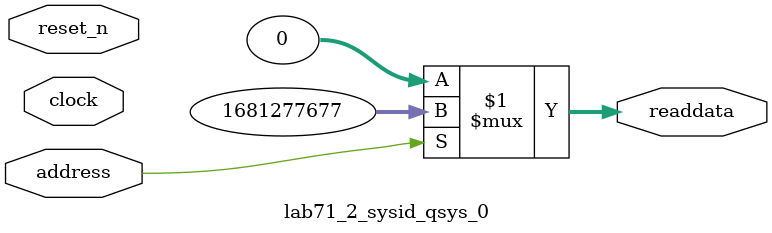
<source format=v>



// synthesis translate_off
`timescale 1ns / 1ps
// synthesis translate_on

// turn off superfluous verilog processor warnings 
// altera message_level Level1 
// altera message_off 10034 10035 10036 10037 10230 10240 10030 

module lab71_2_sysid_qsys_0 (
               // inputs:
                address,
                clock,
                reset_n,

               // outputs:
                readdata
             )
;

  output  [ 31: 0] readdata;
  input            address;
  input            clock;
  input            reset_n;

  wire    [ 31: 0] readdata;
  //control_slave, which is an e_avalon_slave
  assign readdata = address ? 1681277677 : 0;

endmodule



</source>
